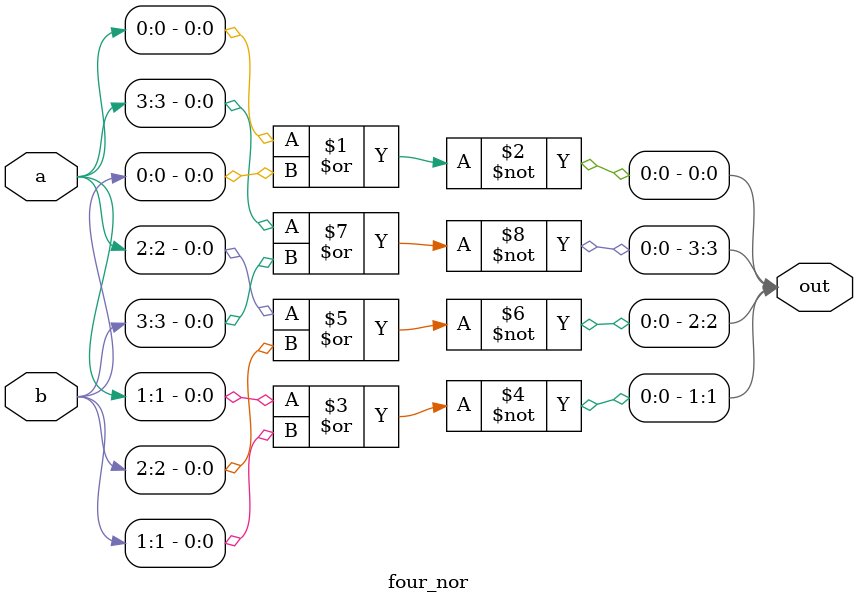
<source format=v>
`timescale 1ns / 1ps

module four_nor(a, b, out);

input [3:0]a;
input [3:0]b;
output [3:0]out;

nor zero(out[0], a[0], b[0]);
nor one(out[1], a[1], b[1]);
nor two(out[2], a[2], b[2]);
nor three(out[3], a[3], b[3]);

endmodule
// When 0000 and 0000 at end, get 1111. Why?
</source>
